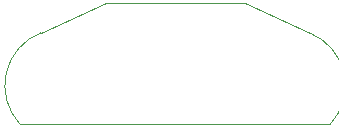
<source format=gbr>
%TF.GenerationSoftware,KiCad,Pcbnew,(6.0.0-0)*%
%TF.CreationDate,2022-11-26T20:18:34-08:00*%
%TF.ProjectId,Tap_Photosensor_PCB,5461705f-5068-46f7-946f-73656e736f72,rev?*%
%TF.SameCoordinates,Original*%
%TF.FileFunction,Profile,NP*%
%FSLAX46Y46*%
G04 Gerber Fmt 4.6, Leading zero omitted, Abs format (unit mm)*
G04 Created by KiCad (PCBNEW (6.0.0-0)) date 2022-11-26 20:18:34*
%MOMM*%
%LPD*%
G01*
G04 APERTURE LIST*
%TA.AperFunction,Profile*%
%ADD10C,0.100000*%
%TD*%
G04 APERTURE END LIST*
D10*
X123750000Y-61000000D02*
X118250000Y-58500000D01*
X99250000Y-68750000D02*
X125500000Y-68750000D01*
X125500000Y-68750000D02*
G75*
G03*
X123750000Y-61000000I-3527945J3275948D01*
G01*
X101000000Y-61000001D02*
G75*
G03*
X99250000Y-68750000I1742059J-4465948D01*
G01*
X101000000Y-61000000D02*
X106500000Y-58500000D01*
X118250000Y-58500000D02*
X106500000Y-58500000D01*
M02*

</source>
